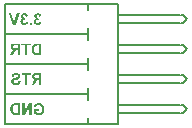
<source format=gbo>
G04*
G04 #@! TF.GenerationSoftware,Altium Limited,Altium Designer,22.3.1 (43)*
G04*
G04 Layer_Color=32896*
%FSLAX25Y25*%
%MOIN*%
G70*
G04*
G04 #@! TF.SameCoordinates,9C32C5B8-EF8F-45BB-929C-AB9431649599*
G04*
G04*
G04 #@! TF.FilePolarity,Positive*
G04*
G01*
G75*
%ADD17C,0.00600*%
%ADD20C,0.00598*%
G36*
X98687Y13064D02*
X97967D01*
Y15580D01*
X96415Y13064D01*
X95635D01*
Y16907D01*
X96355D01*
Y14335D01*
X97934Y16907D01*
X98687D01*
Y13064D01*
D02*
G37*
G36*
X101196Y16971D02*
X101290Y16967D01*
X101384Y16956D01*
X101470Y16945D01*
X101549Y16930D01*
X101628Y16915D01*
X101695Y16896D01*
X101759Y16878D01*
X101815Y16859D01*
X101867Y16840D01*
X101912Y16825D01*
X101946Y16810D01*
X101976Y16799D01*
X101995Y16788D01*
X102010Y16784D01*
X102014Y16780D01*
X102100Y16731D01*
X102182Y16679D01*
X102261Y16623D01*
X102332Y16563D01*
X102400Y16502D01*
X102460Y16446D01*
X102513Y16386D01*
X102561Y16330D01*
X102606Y16274D01*
X102644Y16225D01*
X102674Y16180D01*
X102700Y16142D01*
X102723Y16109D01*
X102737Y16086D01*
X102745Y16068D01*
X102749Y16064D01*
X102794Y15974D01*
X102831Y15884D01*
X102865Y15794D01*
X102895Y15700D01*
X102918Y15610D01*
X102940Y15524D01*
X102955Y15438D01*
X102970Y15359D01*
X102978Y15280D01*
X102985Y15213D01*
X102992Y15153D01*
X102996Y15100D01*
X103000Y15059D01*
Y15025D01*
Y15006D01*
Y14999D01*
X102996Y14897D01*
X102989Y14796D01*
X102978Y14699D01*
X102966Y14605D01*
X102947Y14515D01*
X102929Y14429D01*
X102910Y14350D01*
X102887Y14279D01*
X102865Y14211D01*
X102846Y14151D01*
X102828Y14099D01*
X102809Y14054D01*
X102797Y14020D01*
X102786Y13994D01*
X102779Y13975D01*
X102775Y13971D01*
X102730Y13885D01*
X102681Y13806D01*
X102629Y13731D01*
X102576Y13660D01*
X102520Y13596D01*
X102464Y13536D01*
X102408Y13484D01*
X102355Y13435D01*
X102303Y13394D01*
X102258Y13356D01*
X102213Y13322D01*
X102175Y13296D01*
X102145Y13277D01*
X102122Y13262D01*
X102108Y13255D01*
X102104Y13251D01*
X102017Y13206D01*
X101927Y13169D01*
X101841Y13135D01*
X101751Y13105D01*
X101661Y13082D01*
X101575Y13060D01*
X101489Y13045D01*
X101410Y13030D01*
X101335Y13023D01*
X101268Y13015D01*
X101207Y13007D01*
X101155Y13004D01*
X101114Y13000D01*
X101054D01*
X100964Y13004D01*
X100877Y13007D01*
X100705Y13026D01*
X100626Y13041D01*
X100548Y13056D01*
X100476Y13071D01*
X100405Y13090D01*
X100345Y13105D01*
X100289Y13120D01*
X100236Y13135D01*
X100195Y13150D01*
X100161Y13161D01*
X100139Y13169D01*
X100120Y13176D01*
X100116D01*
X100030Y13210D01*
X99951Y13248D01*
X99876Y13281D01*
X99809Y13319D01*
X99745Y13352D01*
X99689Y13386D01*
X99636Y13420D01*
X99588Y13454D01*
X99546Y13480D01*
X99509Y13510D01*
X99479Y13532D01*
X99453Y13551D01*
X99434Y13570D01*
X99419Y13581D01*
X99411Y13589D01*
X99408Y13592D01*
Y15126D01*
X101080D01*
Y14478D01*
X100191D01*
Y13990D01*
X100259Y13941D01*
X100330Y13896D01*
X100401Y13855D01*
X100469Y13821D01*
X100529Y13795D01*
X100551Y13784D01*
X100574Y13776D01*
X100593Y13769D01*
X100604Y13761D01*
X100611Y13758D01*
X100615D01*
X100705Y13727D01*
X100795Y13705D01*
X100877Y13686D01*
X100949Y13675D01*
X101013Y13668D01*
X101039D01*
X101061Y13664D01*
X101102D01*
X101192Y13668D01*
X101279Y13679D01*
X101357Y13694D01*
X101433Y13716D01*
X101504Y13743D01*
X101571Y13772D01*
X101631Y13803D01*
X101684Y13836D01*
X101733Y13866D01*
X101774Y13896D01*
X101811Y13926D01*
X101841Y13952D01*
X101867Y13975D01*
X101883Y13990D01*
X101894Y14001D01*
X101898Y14005D01*
X101950Y14073D01*
X101999Y14148D01*
X102040Y14226D01*
X102074Y14309D01*
X102104Y14395D01*
X102126Y14478D01*
X102149Y14564D01*
X102164Y14646D01*
X102175Y14721D01*
X102186Y14796D01*
X102190Y14860D01*
X102198Y14916D01*
Y14965D01*
X102201Y14999D01*
Y15021D01*
Y15029D01*
X102198Y15145D01*
X102190Y15254D01*
X102175Y15355D01*
X102156Y15449D01*
X102134Y15535D01*
X102108Y15614D01*
X102081Y15685D01*
X102051Y15749D01*
X102025Y15805D01*
X101999Y15854D01*
X101972Y15895D01*
X101950Y15929D01*
X101931Y15955D01*
X101916Y15974D01*
X101909Y15985D01*
X101905Y15989D01*
X101845Y16045D01*
X101785Y16094D01*
X101717Y16139D01*
X101650Y16176D01*
X101583Y16206D01*
X101515Y16232D01*
X101451Y16255D01*
X101388Y16270D01*
X101328Y16285D01*
X101271Y16293D01*
X101223Y16300D01*
X101178Y16308D01*
X101144D01*
X101118Y16311D01*
X101035D01*
X100975Y16304D01*
X100866Y16285D01*
X100773Y16259D01*
X100727Y16244D01*
X100690Y16229D01*
X100656Y16214D01*
X100626Y16199D01*
X100600Y16184D01*
X100577Y16172D01*
X100559Y16161D01*
X100548Y16154D01*
X100540Y16150D01*
X100536Y16146D01*
X100458Y16079D01*
X100394Y16007D01*
X100341Y15933D01*
X100296Y15861D01*
X100266Y15798D01*
X100255Y15771D01*
X100244Y15745D01*
X100236Y15726D01*
X100233Y15711D01*
X100229Y15704D01*
Y15700D01*
X99456Y15843D01*
X99483Y15940D01*
X99512Y16030D01*
X99546Y16116D01*
X99588Y16195D01*
X99629Y16270D01*
X99674Y16338D01*
X99715Y16398D01*
X99760Y16454D01*
X99801Y16506D01*
X99843Y16547D01*
X99880Y16585D01*
X99914Y16615D01*
X99940Y16641D01*
X99959Y16656D01*
X99974Y16668D01*
X99977Y16671D01*
X100056Y16724D01*
X100139Y16772D01*
X100229Y16814D01*
X100322Y16848D01*
X100412Y16878D01*
X100506Y16900D01*
X100600Y16923D01*
X100686Y16938D01*
X100769Y16949D01*
X100847Y16960D01*
X100915Y16967D01*
X100975Y16971D01*
X101028D01*
X101065Y16975D01*
X101095D01*
X101196Y16971D01*
D02*
G37*
G36*
X94818Y13064D02*
X93280D01*
X93205Y13068D01*
X93134Y13071D01*
X93070Y13075D01*
X93006Y13082D01*
X92950Y13090D01*
X92897Y13097D01*
X92852Y13105D01*
X92811Y13109D01*
X92774Y13116D01*
X92740Y13124D01*
X92717Y13131D01*
X92695Y13135D01*
X92680Y13139D01*
X92672Y13142D01*
X92669D01*
X92549Y13187D01*
X92440Y13240D01*
X92391Y13262D01*
X92346Y13289D01*
X92305Y13315D01*
X92268Y13338D01*
X92238Y13360D01*
X92207Y13383D01*
X92181Y13401D01*
X92163Y13416D01*
X92147Y13431D01*
X92133Y13442D01*
X92129Y13446D01*
X92125Y13450D01*
X92076Y13499D01*
X92031Y13555D01*
X91945Y13664D01*
X91878Y13780D01*
X91817Y13885D01*
X91791Y13938D01*
X91773Y13983D01*
X91754Y14024D01*
X91739Y14058D01*
X91728Y14087D01*
X91720Y14110D01*
X91712Y14125D01*
Y14129D01*
X91671Y14264D01*
X91641Y14402D01*
X91623Y14537D01*
X91615Y14605D01*
X91607Y14669D01*
X91604Y14725D01*
X91600Y14777D01*
X91596Y14826D01*
X91593Y14867D01*
Y14901D01*
Y14924D01*
Y14942D01*
Y14946D01*
Y15044D01*
X91596Y15141D01*
X91604Y15231D01*
X91611Y15317D01*
X91623Y15396D01*
X91634Y15471D01*
X91645Y15539D01*
X91656Y15603D01*
X91667Y15659D01*
X91679Y15708D01*
X91690Y15753D01*
X91701Y15786D01*
X91709Y15816D01*
X91716Y15839D01*
X91720Y15850D01*
Y15854D01*
X91773Y15989D01*
X91833Y16109D01*
X91862Y16161D01*
X91892Y16214D01*
X91922Y16262D01*
X91953Y16304D01*
X91979Y16341D01*
X92005Y16379D01*
X92027Y16405D01*
X92046Y16431D01*
X92065Y16450D01*
X92076Y16465D01*
X92084Y16473D01*
X92088Y16476D01*
X92181Y16566D01*
X92279Y16641D01*
X92376Y16701D01*
X92466Y16750D01*
X92511Y16769D01*
X92549Y16788D01*
X92582Y16803D01*
X92612Y16814D01*
X92635Y16821D01*
X92654Y16829D01*
X92665Y16833D01*
X92669D01*
X92717Y16848D01*
X92774Y16859D01*
X92890Y16878D01*
X93010Y16889D01*
X93130Y16900D01*
X93182D01*
X93235Y16904D01*
X93280D01*
X93321Y16907D01*
X94818D01*
Y13064D01*
D02*
G37*
G36*
X102000Y23071D02*
X101224D01*
Y24676D01*
X100976D01*
X100894Y24669D01*
X100826Y24661D01*
X100770Y24654D01*
X100729Y24646D01*
X100699Y24639D01*
X100684Y24635D01*
X100676Y24631D01*
X100631Y24612D01*
X100586Y24586D01*
X100549Y24560D01*
X100515Y24534D01*
X100485Y24508D01*
X100462Y24489D01*
X100447Y24474D01*
X100444Y24470D01*
X100421Y24444D01*
X100395Y24414D01*
X100365Y24376D01*
X100335Y24335D01*
X100268Y24241D01*
X100200Y24144D01*
X100136Y24054D01*
X100106Y24016D01*
X100084Y23979D01*
X100065Y23949D01*
X100046Y23926D01*
X100039Y23911D01*
X100035Y23908D01*
X99476Y23071D01*
X98546D01*
X99019Y23821D01*
X99067Y23904D01*
X99116Y23975D01*
X99161Y24046D01*
X99206Y24106D01*
X99244Y24162D01*
X99281Y24215D01*
X99315Y24260D01*
X99345Y24301D01*
X99371Y24335D01*
X99394Y24365D01*
X99416Y24387D01*
X99431Y24410D01*
X99442Y24425D01*
X99454Y24436D01*
X99458Y24440D01*
X99461Y24444D01*
X99525Y24508D01*
X99593Y24567D01*
X99664Y24624D01*
X99727Y24672D01*
X99787Y24710D01*
X99810Y24729D01*
X99832Y24740D01*
X99851Y24751D01*
X99862Y24759D01*
X99870Y24766D01*
X99874D01*
X99780Y24781D01*
X99694Y24804D01*
X99615Y24826D01*
X99540Y24852D01*
X99472Y24882D01*
X99409Y24913D01*
X99353Y24942D01*
X99304Y24972D01*
X99259Y25003D01*
X99221Y25029D01*
X99187Y25055D01*
X99161Y25078D01*
X99139Y25096D01*
X99124Y25111D01*
X99116Y25119D01*
X99112Y25122D01*
X99067Y25179D01*
X99030Y25235D01*
X98993Y25291D01*
X98966Y25351D01*
X98940Y25411D01*
X98921Y25471D01*
X98887Y25584D01*
X98880Y25636D01*
X98873Y25685D01*
X98865Y25726D01*
X98861Y25764D01*
X98857Y25794D01*
Y25816D01*
Y25831D01*
Y25835D01*
Y25899D01*
X98865Y25959D01*
X98884Y26075D01*
X98910Y26176D01*
X98925Y26221D01*
X98940Y26266D01*
X98959Y26304D01*
X98974Y26338D01*
X98989Y26368D01*
X99000Y26394D01*
X99011Y26412D01*
X99019Y26428D01*
X99023Y26435D01*
X99026Y26439D01*
X99060Y26487D01*
X99094Y26533D01*
X99169Y26607D01*
X99244Y26675D01*
X99315Y26724D01*
X99379Y26761D01*
X99405Y26776D01*
X99431Y26791D01*
X99450Y26799D01*
X99465Y26806D01*
X99472Y26810D01*
X99476D01*
X99533Y26829D01*
X99593Y26844D01*
X99660Y26859D01*
X99731Y26870D01*
X99881Y26889D01*
X100028Y26904D01*
X100095Y26908D01*
X100159Y26911D01*
X100219D01*
X100268Y26915D01*
X102000D01*
Y23071D01*
D02*
G37*
G36*
X98396Y26266D02*
X97256D01*
Y23071D01*
X96480D01*
Y26266D01*
X95344D01*
Y26915D01*
X98396D01*
Y26266D01*
D02*
G37*
G36*
X93660Y26975D02*
X93735Y26971D01*
X93806Y26960D01*
X93874Y26952D01*
X93934Y26941D01*
X93994Y26926D01*
X94046Y26915D01*
X94095Y26904D01*
X94136Y26889D01*
X94174Y26877D01*
X94204Y26870D01*
X94226Y26859D01*
X94245Y26855D01*
X94256Y26847D01*
X94260D01*
X94369Y26791D01*
X94466Y26731D01*
X94549Y26664D01*
X94616Y26604D01*
X94669Y26544D01*
X94687Y26521D01*
X94706Y26499D01*
X94718Y26484D01*
X94729Y26469D01*
X94732Y26461D01*
X94736Y26458D01*
X94766Y26409D01*
X94789Y26360D01*
X94830Y26263D01*
X94860Y26173D01*
X94879Y26086D01*
X94886Y26049D01*
X94894Y26015D01*
X94898Y25981D01*
Y25955D01*
X94901Y25936D01*
Y25921D01*
Y25910D01*
Y25906D01*
X94898Y25824D01*
X94886Y25741D01*
X94867Y25666D01*
X94845Y25591D01*
X94819Y25524D01*
X94789Y25460D01*
X94759Y25404D01*
X94725Y25348D01*
X94691Y25299D01*
X94661Y25258D01*
X94631Y25220D01*
X94605Y25190D01*
X94582Y25168D01*
X94564Y25149D01*
X94552Y25137D01*
X94549Y25134D01*
X94496Y25093D01*
X94440Y25051D01*
X94376Y25014D01*
X94305Y24976D01*
X94162Y24913D01*
X94016Y24856D01*
X93949Y24834D01*
X93885Y24811D01*
X93829Y24792D01*
X93776Y24778D01*
X93735Y24766D01*
X93701Y24759D01*
X93682Y24755D01*
X93675Y24751D01*
X93589Y24729D01*
X93510Y24710D01*
X93439Y24691D01*
X93375Y24672D01*
X93315Y24657D01*
X93266Y24643D01*
X93221Y24631D01*
X93184Y24620D01*
X93150Y24612D01*
X93120Y24605D01*
X93098Y24598D01*
X93082Y24590D01*
X93068Y24586D01*
X93060D01*
X93053Y24582D01*
X92985Y24556D01*
X92925Y24526D01*
X92876Y24496D01*
X92839Y24470D01*
X92809Y24448D01*
X92790Y24429D01*
X92779Y24418D01*
X92775Y24414D01*
X92749Y24376D01*
X92726Y24339D01*
X92711Y24301D01*
X92704Y24264D01*
X92696Y24234D01*
X92693Y24207D01*
Y24193D01*
Y24185D01*
X92696Y24148D01*
X92700Y24106D01*
X92722Y24039D01*
X92752Y23975D01*
X92786Y23919D01*
X92824Y23874D01*
X92854Y23840D01*
X92876Y23821D01*
X92880Y23818D01*
X92884Y23814D01*
X92921Y23787D01*
X92962Y23761D01*
X93053Y23724D01*
X93146Y23694D01*
X93240Y23675D01*
X93281Y23671D01*
X93322Y23664D01*
X93356Y23660D01*
X93390D01*
X93413Y23656D01*
X93450D01*
X93514Y23660D01*
X93574Y23664D01*
X93686Y23683D01*
X93735Y23697D01*
X93784Y23712D01*
X93825Y23728D01*
X93862Y23746D01*
X93896Y23761D01*
X93926Y23776D01*
X93953Y23791D01*
X93975Y23806D01*
X93990Y23818D01*
X94001Y23825D01*
X94009Y23832D01*
X94012D01*
X94050Y23866D01*
X94084Y23908D01*
X94144Y23994D01*
X94189Y24088D01*
X94226Y24178D01*
X94241Y24223D01*
X94253Y24260D01*
X94264Y24297D01*
X94271Y24328D01*
X94279Y24354D01*
X94283Y24376D01*
X94286Y24387D01*
Y24391D01*
X95040Y24316D01*
X95021Y24200D01*
X94999Y24088D01*
X94969Y23986D01*
X94935Y23892D01*
X94898Y23802D01*
X94860Y23724D01*
X94819Y23649D01*
X94778Y23585D01*
X94740Y23525D01*
X94703Y23476D01*
X94669Y23431D01*
X94639Y23397D01*
X94612Y23368D01*
X94590Y23349D01*
X94579Y23337D01*
X94575Y23334D01*
X94496Y23274D01*
X94414Y23225D01*
X94327Y23180D01*
X94238Y23143D01*
X94144Y23109D01*
X94050Y23083D01*
X93960Y23060D01*
X93870Y23041D01*
X93787Y23026D01*
X93709Y23019D01*
X93638Y23011D01*
X93577Y23004D01*
X93529D01*
X93491Y23000D01*
X93364D01*
X93278Y23008D01*
X93195Y23011D01*
X93116Y23022D01*
X93041Y23034D01*
X92974Y23045D01*
X92910Y23056D01*
X92850Y23071D01*
X92797Y23083D01*
X92752Y23094D01*
X92715Y23105D01*
X92681Y23116D01*
X92655Y23128D01*
X92636Y23131D01*
X92625Y23139D01*
X92621D01*
X92501Y23199D01*
X92449Y23229D01*
X92396Y23262D01*
X92351Y23300D01*
X92306Y23334D01*
X92269Y23371D01*
X92235Y23405D01*
X92201Y23439D01*
X92175Y23469D01*
X92153Y23495D01*
X92134Y23517D01*
X92119Y23540D01*
X92107Y23555D01*
X92104Y23562D01*
X92100Y23566D01*
X92066Y23622D01*
X92040Y23679D01*
X92014Y23731D01*
X91995Y23787D01*
X91961Y23892D01*
X91939Y23986D01*
X91931Y24031D01*
X91927Y24069D01*
X91920Y24103D01*
Y24133D01*
X91916Y24155D01*
Y24174D01*
Y24185D01*
Y24189D01*
X91924Y24320D01*
X91939Y24436D01*
X91950Y24493D01*
X91965Y24541D01*
X91980Y24590D01*
X91991Y24631D01*
X92006Y24669D01*
X92021Y24702D01*
X92032Y24733D01*
X92048Y24755D01*
X92055Y24774D01*
X92062Y24789D01*
X92070Y24796D01*
Y24800D01*
X92134Y24890D01*
X92201Y24969D01*
X92273Y25036D01*
X92340Y25093D01*
X92404Y25134D01*
X92430Y25153D01*
X92453Y25168D01*
X92471Y25179D01*
X92486Y25186D01*
X92494Y25194D01*
X92497D01*
X92550Y25220D01*
X92610Y25246D01*
X92674Y25273D01*
X92741Y25299D01*
X92880Y25344D01*
X93015Y25385D01*
X93082Y25404D01*
X93139Y25422D01*
X93195Y25438D01*
X93240Y25449D01*
X93281Y25456D01*
X93308Y25464D01*
X93326Y25471D01*
X93334D01*
X93435Y25497D01*
X93525Y25520D01*
X93611Y25546D01*
X93682Y25569D01*
X93750Y25591D01*
X93806Y25614D01*
X93859Y25633D01*
X93904Y25651D01*
X93937Y25670D01*
X93971Y25685D01*
X93994Y25696D01*
X94016Y25708D01*
X94028Y25719D01*
X94039Y25726D01*
X94042Y25730D01*
X94046D01*
X94084Y25767D01*
X94110Y25805D01*
X94133Y25846D01*
X94144Y25880D01*
X94151Y25914D01*
X94155Y25940D01*
X94159Y25955D01*
Y25962D01*
X94155Y26015D01*
X94140Y26064D01*
X94121Y26105D01*
X94099Y26139D01*
X94076Y26165D01*
X94058Y26184D01*
X94042Y26195D01*
X94039Y26199D01*
X93960Y26248D01*
X93874Y26281D01*
X93787Y26307D01*
X93701Y26322D01*
X93622Y26334D01*
X93593Y26338D01*
X93563D01*
X93540Y26341D01*
X93446D01*
X93390Y26338D01*
X93341Y26330D01*
X93292Y26322D01*
X93247Y26311D01*
X93210Y26300D01*
X93173Y26289D01*
X93139Y26278D01*
X93112Y26263D01*
X93086Y26251D01*
X93068Y26240D01*
X93049Y26232D01*
X93037Y26221D01*
X93026Y26217D01*
X93019Y26210D01*
X92989Y26184D01*
X92962Y26154D01*
X92914Y26090D01*
X92876Y26019D01*
X92846Y25947D01*
X92827Y25888D01*
X92820Y25857D01*
X92813Y25835D01*
X92809Y25813D01*
X92805Y25798D01*
X92801Y25790D01*
Y25786D01*
X92025Y25820D01*
X92032Y25918D01*
X92048Y26008D01*
X92066Y26094D01*
X92093Y26176D01*
X92123Y26251D01*
X92156Y26319D01*
X92190Y26382D01*
X92224Y26439D01*
X92261Y26491D01*
X92295Y26536D01*
X92325Y26574D01*
X92355Y26607D01*
X92378Y26630D01*
X92396Y26649D01*
X92408Y26660D01*
X92411Y26664D01*
X92483Y26720D01*
X92561Y26769D01*
X92647Y26810D01*
X92734Y26847D01*
X92824Y26877D01*
X92914Y26904D01*
X93004Y26926D01*
X93090Y26941D01*
X93173Y26956D01*
X93251Y26967D01*
X93319Y26971D01*
X93379Y26979D01*
X93431D01*
X93465Y26983D01*
X93499D01*
X93660Y26975D01*
D02*
G37*
G36*
X102000Y33000D02*
X100462D01*
X100388Y33004D01*
X100316Y33007D01*
X100252Y33011D01*
X100189Y33019D01*
X100133Y33026D01*
X100080Y33034D01*
X100035Y33041D01*
X99994Y33045D01*
X99956Y33053D01*
X99923Y33060D01*
X99900Y33068D01*
X99878Y33071D01*
X99862Y33075D01*
X99855Y33079D01*
X99851D01*
X99731Y33124D01*
X99622Y33176D01*
X99574Y33199D01*
X99529Y33225D01*
X99488Y33251D01*
X99450Y33274D01*
X99420Y33296D01*
X99390Y33319D01*
X99364Y33338D01*
X99345Y33353D01*
X99330Y33367D01*
X99315Y33379D01*
X99311Y33382D01*
X99308Y33386D01*
X99259Y33435D01*
X99214Y33491D01*
X99128Y33600D01*
X99060Y33716D01*
X99000Y33821D01*
X98974Y33874D01*
X98955Y33919D01*
X98936Y33960D01*
X98921Y33994D01*
X98910Y34024D01*
X98902Y34046D01*
X98895Y34061D01*
Y34065D01*
X98854Y34200D01*
X98824Y34339D01*
X98805Y34474D01*
X98798Y34541D01*
X98790Y34605D01*
X98786Y34661D01*
X98782Y34714D01*
X98779Y34762D01*
X98775Y34804D01*
Y34837D01*
Y34860D01*
Y34879D01*
Y34883D01*
Y34980D01*
X98779Y35078D01*
X98786Y35168D01*
X98794Y35254D01*
X98805Y35333D01*
X98816Y35408D01*
X98827Y35475D01*
X98839Y35539D01*
X98850Y35595D01*
X98861Y35644D01*
X98873Y35689D01*
X98884Y35723D01*
X98891Y35752D01*
X98899Y35775D01*
X98902Y35786D01*
Y35790D01*
X98955Y35925D01*
X99015Y36045D01*
X99045Y36097D01*
X99075Y36150D01*
X99105Y36199D01*
X99135Y36240D01*
X99161Y36277D01*
X99187Y36315D01*
X99210Y36341D01*
X99229Y36367D01*
X99247Y36386D01*
X99259Y36401D01*
X99266Y36409D01*
X99270Y36413D01*
X99364Y36503D01*
X99461Y36577D01*
X99559Y36637D01*
X99649Y36686D01*
X99694Y36705D01*
X99731Y36724D01*
X99765Y36739D01*
X99795Y36750D01*
X99818Y36757D01*
X99836Y36765D01*
X99848Y36769D01*
X99851D01*
X99900Y36784D01*
X99956Y36795D01*
X100073Y36814D01*
X100192Y36825D01*
X100312Y36836D01*
X100365D01*
X100417Y36840D01*
X100462D01*
X100504Y36844D01*
X102000D01*
Y33000D01*
D02*
G37*
G36*
X98389Y36195D02*
X97249D01*
Y33000D01*
X96473D01*
Y36195D01*
X95336D01*
Y36844D01*
X98389D01*
Y36195D01*
D02*
G37*
G36*
X94834Y33000D02*
X94058D01*
Y34605D01*
X93810D01*
X93727Y34598D01*
X93660Y34590D01*
X93604Y34582D01*
X93563Y34575D01*
X93533Y34567D01*
X93518Y34564D01*
X93510Y34560D01*
X93465Y34541D01*
X93420Y34515D01*
X93383Y34489D01*
X93349Y34462D01*
X93319Y34436D01*
X93296Y34418D01*
X93281Y34402D01*
X93278Y34399D01*
X93255Y34372D01*
X93229Y34343D01*
X93199Y34305D01*
X93169Y34264D01*
X93101Y34170D01*
X93034Y34073D01*
X92970Y33983D01*
X92940Y33945D01*
X92918Y33907D01*
X92899Y33878D01*
X92880Y33855D01*
X92873Y33840D01*
X92869Y33836D01*
X92310Y33000D01*
X91380D01*
X91852Y33750D01*
X91901Y33832D01*
X91950Y33904D01*
X91995Y33975D01*
X92040Y34035D01*
X92077Y34091D01*
X92115Y34144D01*
X92149Y34189D01*
X92179Y34230D01*
X92205Y34264D01*
X92228Y34294D01*
X92250Y34316D01*
X92265Y34339D01*
X92276Y34354D01*
X92287Y34365D01*
X92291Y34369D01*
X92295Y34372D01*
X92359Y34436D01*
X92426Y34496D01*
X92497Y34552D01*
X92561Y34601D01*
X92621Y34639D01*
X92644Y34657D01*
X92666Y34669D01*
X92685Y34680D01*
X92696Y34688D01*
X92704Y34695D01*
X92708D01*
X92614Y34710D01*
X92528Y34732D01*
X92449Y34755D01*
X92374Y34781D01*
X92306Y34811D01*
X92242Y34841D01*
X92186Y34871D01*
X92137Y34901D01*
X92093Y34931D01*
X92055Y34958D01*
X92021Y34984D01*
X91995Y35006D01*
X91973Y35025D01*
X91957Y35040D01*
X91950Y35048D01*
X91946Y35051D01*
X91901Y35107D01*
X91864Y35164D01*
X91826Y35220D01*
X91800Y35280D01*
X91774Y35340D01*
X91755Y35400D01*
X91721Y35513D01*
X91714Y35565D01*
X91706Y35614D01*
X91699Y35655D01*
X91695Y35693D01*
X91691Y35723D01*
Y35745D01*
Y35760D01*
Y35764D01*
Y35827D01*
X91699Y35888D01*
X91717Y36004D01*
X91744Y36105D01*
X91759Y36150D01*
X91774Y36195D01*
X91793Y36233D01*
X91808Y36266D01*
X91822Y36296D01*
X91834Y36323D01*
X91845Y36341D01*
X91852Y36356D01*
X91856Y36364D01*
X91860Y36367D01*
X91894Y36416D01*
X91927Y36461D01*
X92002Y36536D01*
X92077Y36604D01*
X92149Y36652D01*
X92212Y36690D01*
X92239Y36705D01*
X92265Y36720D01*
X92284Y36727D01*
X92299Y36735D01*
X92306Y36739D01*
X92310D01*
X92366Y36757D01*
X92426Y36773D01*
X92494Y36788D01*
X92565Y36799D01*
X92715Y36817D01*
X92861Y36832D01*
X92929Y36836D01*
X92993Y36840D01*
X93053D01*
X93101Y36844D01*
X94834D01*
Y33000D01*
D02*
G37*
G36*
X100879Y46919D02*
X100984Y46904D01*
X101081Y46885D01*
X101164Y46863D01*
X101201Y46851D01*
X101235Y46840D01*
X101265Y46829D01*
X101287Y46821D01*
X101306Y46814D01*
X101321Y46806D01*
X101329Y46802D01*
X101332D01*
X101423Y46754D01*
X101501Y46701D01*
X101573Y46645D01*
X101629Y46593D01*
X101674Y46544D01*
X101707Y46506D01*
X101719Y46491D01*
X101726Y46484D01*
X101734Y46476D01*
Y46472D01*
X101783Y46390D01*
X101828Y46296D01*
X101861Y46202D01*
X101891Y46116D01*
X101902Y46075D01*
X101914Y46034D01*
X101925Y46000D01*
X101933Y45970D01*
X101936Y45948D01*
X101940Y45929D01*
X101944Y45917D01*
Y45914D01*
X101265Y45801D01*
X101250Y45891D01*
X101227Y45966D01*
X101201Y46034D01*
X101175Y46086D01*
X101149Y46128D01*
X101126Y46161D01*
X101111Y46176D01*
X101104Y46184D01*
X101051Y46229D01*
X100995Y46259D01*
X100943Y46281D01*
X100890Y46300D01*
X100849Y46308D01*
X100811Y46311D01*
X100789Y46315D01*
X100781D01*
X100714Y46311D01*
X100654Y46296D01*
X100601Y46277D01*
X100556Y46259D01*
X100519Y46236D01*
X100496Y46218D01*
X100478Y46202D01*
X100474Y46199D01*
X100436Y46154D01*
X100406Y46101D01*
X100388Y46049D01*
X100373Y46000D01*
X100365Y45955D01*
X100357Y45921D01*
Y45906D01*
Y45895D01*
Y45891D01*
Y45888D01*
X100365Y45809D01*
X100384Y45737D01*
X100406Y45674D01*
X100436Y45621D01*
X100466Y45580D01*
X100489Y45550D01*
X100507Y45531D01*
X100515Y45524D01*
X100579Y45479D01*
X100654Y45445D01*
X100729Y45423D01*
X100804Y45408D01*
X100867Y45400D01*
X100898Y45396D01*
X100972D01*
X101051Y44796D01*
X100980Y44815D01*
X100916Y44830D01*
X100860Y44837D01*
X100811Y44845D01*
X100770Y44849D01*
X100744Y44853D01*
X100676D01*
X100639Y44845D01*
X100571Y44826D01*
X100507Y44800D01*
X100455Y44770D01*
X100414Y44740D01*
X100380Y44714D01*
X100361Y44695D01*
X100354Y44691D01*
Y44688D01*
X100305Y44624D01*
X100268Y44552D01*
X100241Y44477D01*
X100223Y44406D01*
X100211Y44346D01*
X100207Y44320D01*
Y44294D01*
X100204Y44275D01*
Y44260D01*
Y44252D01*
Y44249D01*
X100211Y44144D01*
X100230Y44054D01*
X100252Y43975D01*
X100283Y43907D01*
X100312Y43855D01*
X100335Y43814D01*
X100346Y43802D01*
X100354Y43791D01*
X100357Y43788D01*
X100361Y43784D01*
X100391Y43754D01*
X100421Y43727D01*
X100489Y43683D01*
X100552Y43652D01*
X100612Y43634D01*
X100665Y43619D01*
X100706Y43615D01*
X100721Y43611D01*
X100744D01*
X100822Y43619D01*
X100890Y43634D01*
X100954Y43656D01*
X101006Y43683D01*
X101048Y43709D01*
X101081Y43731D01*
X101100Y43746D01*
X101108Y43754D01*
X101156Y43814D01*
X101198Y43881D01*
X101227Y43953D01*
X101254Y44020D01*
X101269Y44080D01*
X101276Y44106D01*
X101280Y44129D01*
X101284Y44148D01*
X101287Y44162D01*
Y44170D01*
Y44174D01*
X102000Y44084D01*
X101985Y43994D01*
X101966Y43911D01*
X101944Y43832D01*
X101918Y43758D01*
X101884Y43686D01*
X101854Y43622D01*
X101816Y43562D01*
X101783Y43510D01*
X101749Y43461D01*
X101715Y43420D01*
X101689Y43386D01*
X101659Y43356D01*
X101636Y43330D01*
X101621Y43315D01*
X101610Y43304D01*
X101606Y43300D01*
X101539Y43248D01*
X101471Y43202D01*
X101396Y43161D01*
X101325Y43128D01*
X101254Y43097D01*
X101179Y43075D01*
X101111Y43053D01*
X101044Y43038D01*
X100980Y43026D01*
X100924Y43015D01*
X100871Y43007D01*
X100826Y43004D01*
X100789D01*
X100762Y43000D01*
X100740D01*
X100639Y43004D01*
X100541Y43015D01*
X100451Y43034D01*
X100365Y43056D01*
X100283Y43082D01*
X100207Y43112D01*
X100136Y43146D01*
X100073Y43180D01*
X100016Y43210D01*
X99967Y43244D01*
X99923Y43274D01*
X99889Y43300D01*
X99859Y43323D01*
X99836Y43341D01*
X99825Y43352D01*
X99821Y43356D01*
X99757Y43424D01*
X99698Y43495D01*
X99649Y43566D01*
X99607Y43641D01*
X99570Y43712D01*
X99540Y43784D01*
X99518Y43855D01*
X99495Y43919D01*
X99480Y43982D01*
X99469Y44039D01*
X99461Y44087D01*
X99458Y44133D01*
X99454Y44166D01*
X99450Y44192D01*
Y44211D01*
Y44215D01*
X99454Y44279D01*
X99458Y44342D01*
X99480Y44455D01*
X99514Y44556D01*
X99533Y44601D01*
X99547Y44642D01*
X99566Y44680D01*
X99585Y44714D01*
X99604Y44744D01*
X99619Y44766D01*
X99630Y44785D01*
X99641Y44800D01*
X99645Y44807D01*
X99649Y44811D01*
X99686Y44856D01*
X99727Y44897D01*
X99769Y44931D01*
X99814Y44965D01*
X99900Y45021D01*
X99983Y45063D01*
X100057Y45092D01*
X100091Y45104D01*
X100118Y45111D01*
X100144Y45119D01*
X100159Y45123D01*
X100170Y45126D01*
X100174D01*
X100076Y45186D01*
X99990Y45250D01*
X99915Y45314D01*
X99851Y45381D01*
X99799Y45449D01*
X99754Y45516D01*
X99716Y45584D01*
X99686Y45644D01*
X99664Y45704D01*
X99649Y45760D01*
X99634Y45809D01*
X99626Y45854D01*
X99622Y45888D01*
X99619Y45914D01*
Y45929D01*
Y45936D01*
X99622Y46004D01*
X99630Y46068D01*
X99645Y46128D01*
X99660Y46187D01*
X99705Y46296D01*
X99727Y46345D01*
X99754Y46390D01*
X99780Y46431D01*
X99803Y46465D01*
X99825Y46499D01*
X99848Y46525D01*
X99862Y46544D01*
X99878Y46562D01*
X99885Y46570D01*
X99889Y46574D01*
X99953Y46634D01*
X100020Y46690D01*
X100091Y46735D01*
X100162Y46776D01*
X100238Y46810D01*
X100309Y46836D01*
X100380Y46859D01*
X100447Y46878D01*
X100515Y46892D01*
X100571Y46904D01*
X100628Y46911D01*
X100672Y46919D01*
X100710D01*
X100740Y46922D01*
X100762D01*
X100879Y46919D01*
D02*
G37*
G36*
X96401D02*
X96506Y46904D01*
X96604Y46885D01*
X96686Y46863D01*
X96724Y46851D01*
X96758Y46840D01*
X96788Y46829D01*
X96810Y46821D01*
X96829Y46814D01*
X96844Y46806D01*
X96851Y46802D01*
X96855D01*
X96945Y46754D01*
X97024Y46701D01*
X97095Y46645D01*
X97151Y46593D01*
X97196Y46544D01*
X97230Y46506D01*
X97241Y46491D01*
X97249Y46484D01*
X97256Y46476D01*
Y46472D01*
X97305Y46390D01*
X97350Y46296D01*
X97384Y46202D01*
X97414Y46116D01*
X97425Y46075D01*
X97436Y46034D01*
X97448Y46000D01*
X97455Y45970D01*
X97459Y45948D01*
X97462Y45929D01*
X97466Y45917D01*
Y45914D01*
X96788Y45801D01*
X96772Y45891D01*
X96750Y45966D01*
X96724Y46034D01*
X96697Y46086D01*
X96671Y46128D01*
X96649Y46161D01*
X96634Y46176D01*
X96626Y46184D01*
X96574Y46229D01*
X96517Y46259D01*
X96465Y46281D01*
X96412Y46300D01*
X96371Y46308D01*
X96334Y46311D01*
X96311Y46315D01*
X96304D01*
X96236Y46311D01*
X96176Y46296D01*
X96124Y46277D01*
X96079Y46259D01*
X96041Y46236D01*
X96019Y46218D01*
X96000Y46202D01*
X95996Y46199D01*
X95959Y46154D01*
X95929Y46101D01*
X95910Y46049D01*
X95895Y46000D01*
X95888Y45955D01*
X95880Y45921D01*
Y45906D01*
Y45895D01*
Y45891D01*
Y45888D01*
X95888Y45809D01*
X95906Y45737D01*
X95929Y45674D01*
X95959Y45621D01*
X95989Y45580D01*
X96011Y45550D01*
X96030Y45531D01*
X96038Y45524D01*
X96101Y45479D01*
X96176Y45445D01*
X96251Y45423D01*
X96326Y45408D01*
X96390Y45400D01*
X96420Y45396D01*
X96495D01*
X96574Y44796D01*
X96503Y44815D01*
X96439Y44830D01*
X96382Y44837D01*
X96334Y44845D01*
X96293Y44849D01*
X96266Y44853D01*
X96199D01*
X96161Y44845D01*
X96094Y44826D01*
X96030Y44800D01*
X95977Y44770D01*
X95936Y44740D01*
X95903Y44714D01*
X95884Y44695D01*
X95876Y44691D01*
Y44688D01*
X95828Y44624D01*
X95790Y44552D01*
X95764Y44477D01*
X95745Y44406D01*
X95734Y44346D01*
X95730Y44320D01*
Y44294D01*
X95726Y44275D01*
Y44260D01*
Y44252D01*
Y44249D01*
X95734Y44144D01*
X95753Y44054D01*
X95775Y43975D01*
X95805Y43907D01*
X95835Y43855D01*
X95858Y43814D01*
X95869Y43802D01*
X95876Y43791D01*
X95880Y43788D01*
X95884Y43784D01*
X95914Y43754D01*
X95944Y43727D01*
X96011Y43683D01*
X96075Y43652D01*
X96135Y43634D01*
X96188Y43619D01*
X96229Y43615D01*
X96244Y43611D01*
X96266D01*
X96345Y43619D01*
X96412Y43634D01*
X96476Y43656D01*
X96529Y43683D01*
X96570Y43709D01*
X96604Y43731D01*
X96623Y43746D01*
X96630Y43754D01*
X96679Y43814D01*
X96720Y43881D01*
X96750Y43953D01*
X96776Y44020D01*
X96791Y44080D01*
X96799Y44106D01*
X96803Y44129D01*
X96806Y44148D01*
X96810Y44162D01*
Y44170D01*
Y44174D01*
X97522Y44084D01*
X97508Y43994D01*
X97489Y43911D01*
X97466Y43832D01*
X97440Y43758D01*
X97406Y43686D01*
X97376Y43622D01*
X97339Y43562D01*
X97305Y43510D01*
X97271Y43461D01*
X97237Y43420D01*
X97211Y43386D01*
X97181Y43356D01*
X97159Y43330D01*
X97144Y43315D01*
X97132Y43304D01*
X97129Y43300D01*
X97061Y43248D01*
X96994Y43202D01*
X96919Y43161D01*
X96847Y43128D01*
X96776Y43097D01*
X96701Y43075D01*
X96634Y43053D01*
X96566Y43038D01*
X96503Y43026D01*
X96446Y43015D01*
X96394Y43007D01*
X96349Y43004D01*
X96311D01*
X96285Y43000D01*
X96263D01*
X96161Y43004D01*
X96064Y43015D01*
X95974Y43034D01*
X95888Y43056D01*
X95805Y43082D01*
X95730Y43112D01*
X95659Y43146D01*
X95595Y43180D01*
X95539Y43210D01*
X95490Y43244D01*
X95445Y43274D01*
X95411Y43300D01*
X95381Y43323D01*
X95359Y43341D01*
X95347Y43352D01*
X95344Y43356D01*
X95280Y43424D01*
X95220Y43495D01*
X95171Y43566D01*
X95130Y43641D01*
X95092Y43712D01*
X95063Y43784D01*
X95040Y43855D01*
X95017Y43919D01*
X95003Y43982D01*
X94991Y44039D01*
X94984Y44087D01*
X94980Y44133D01*
X94976Y44166D01*
X94972Y44192D01*
Y44211D01*
Y44215D01*
X94976Y44279D01*
X94980Y44342D01*
X95003Y44455D01*
X95036Y44556D01*
X95055Y44601D01*
X95070Y44642D01*
X95089Y44680D01*
X95108Y44714D01*
X95126Y44744D01*
X95141Y44766D01*
X95152Y44785D01*
X95164Y44800D01*
X95167Y44807D01*
X95171Y44811D01*
X95209Y44856D01*
X95250Y44897D01*
X95291Y44931D01*
X95336Y44965D01*
X95423Y45021D01*
X95505Y45063D01*
X95580Y45092D01*
X95614Y45104D01*
X95640Y45111D01*
X95666Y45119D01*
X95681Y45123D01*
X95692Y45126D01*
X95696D01*
X95599Y45186D01*
X95512Y45250D01*
X95438Y45314D01*
X95374Y45381D01*
X95321Y45449D01*
X95276Y45516D01*
X95239Y45584D01*
X95209Y45644D01*
X95186Y45704D01*
X95171Y45760D01*
X95156Y45809D01*
X95149Y45854D01*
X95145Y45888D01*
X95141Y45914D01*
Y45929D01*
Y45936D01*
X95145Y46004D01*
X95152Y46068D01*
X95167Y46128D01*
X95183Y46187D01*
X95227Y46296D01*
X95250Y46345D01*
X95276Y46390D01*
X95302Y46431D01*
X95325Y46465D01*
X95347Y46499D01*
X95370Y46525D01*
X95385Y46544D01*
X95400Y46562D01*
X95407Y46570D01*
X95411Y46574D01*
X95475Y46634D01*
X95543Y46690D01*
X95614Y46735D01*
X95685Y46776D01*
X95760Y46810D01*
X95831Y46836D01*
X95903Y46859D01*
X95970Y46878D01*
X96038Y46892D01*
X96094Y46904D01*
X96150Y46911D01*
X96195Y46919D01*
X96232D01*
X96263Y46922D01*
X96285D01*
X96401Y46919D01*
D02*
G37*
G36*
X93371Y43064D02*
X92535D01*
X91159Y46907D01*
X91984D01*
X92929Y44061D01*
X93900Y46907D01*
X94740D01*
X93371Y43064D01*
D02*
G37*
G36*
X98835D02*
X98100D01*
Y43799D01*
X98835D01*
Y43064D01*
D02*
G37*
%LPC*%
G36*
X94041Y16259D02*
X93528D01*
X93456Y16255D01*
X93392Y16251D01*
X93332D01*
X93280Y16248D01*
X93235Y16244D01*
X93194Y16240D01*
X93160Y16236D01*
X93130Y16232D01*
X93107Y16229D01*
X93089D01*
X93074Y16225D01*
X93063Y16221D01*
X93055D01*
X92976Y16199D01*
X92905Y16172D01*
X92845Y16142D01*
X92792Y16113D01*
X92751Y16082D01*
X92721Y16060D01*
X92703Y16045D01*
X92695Y16037D01*
X92646Y15985D01*
X92601Y15925D01*
X92564Y15861D01*
X92530Y15801D01*
X92507Y15749D01*
X92489Y15708D01*
X92481Y15689D01*
X92478Y15677D01*
X92474Y15670D01*
Y15666D01*
X92459Y15621D01*
X92448Y15569D01*
X92425Y15460D01*
X92410Y15348D01*
X92402Y15235D01*
X92399Y15186D01*
X92395Y15137D01*
Y15096D01*
X92391Y15059D01*
Y15025D01*
Y15002D01*
Y14988D01*
Y14984D01*
Y14901D01*
X92395Y14826D01*
X92399Y14751D01*
X92402Y14684D01*
X92410Y14624D01*
X92418Y14564D01*
X92425Y14511D01*
X92432Y14462D01*
X92440Y14421D01*
X92448Y14384D01*
X92455Y14354D01*
X92462Y14327D01*
X92466Y14305D01*
X92470Y14290D01*
X92474Y14283D01*
Y14279D01*
X92504Y14189D01*
X92537Y14110D01*
X92571Y14046D01*
X92605Y13997D01*
X92631Y13956D01*
X92654Y13930D01*
X92672Y13911D01*
X92676Y13907D01*
X92725Y13870D01*
X92778Y13836D01*
X92830Y13806D01*
X92879Y13784D01*
X92924Y13769D01*
X92958Y13758D01*
X92984Y13750D01*
X92988Y13746D01*
X92991D01*
X93021Y13739D01*
X93051Y13735D01*
X93126Y13727D01*
X93201Y13720D01*
X93280Y13716D01*
X93348D01*
X93381Y13713D01*
X94041D01*
Y16259D01*
D02*
G37*
G36*
X101224Y26266D02*
X100391D01*
X100331Y26263D01*
X100234D01*
X100192Y26259D01*
X100133D01*
X100110Y26255D01*
X100076D01*
X100065Y26251D01*
X100054D01*
X99986Y26236D01*
X99930Y26214D01*
X99878Y26191D01*
X99836Y26165D01*
X99803Y26142D01*
X99780Y26120D01*
X99765Y26105D01*
X99761Y26101D01*
X99727Y26052D01*
X99701Y26000D01*
X99682Y25947D01*
X99668Y25899D01*
X99660Y25854D01*
X99656Y25820D01*
Y25805D01*
Y25794D01*
Y25790D01*
Y25786D01*
X99660Y25726D01*
X99668Y25670D01*
X99682Y25618D01*
X99694Y25576D01*
X99709Y25543D01*
X99724Y25520D01*
X99731Y25501D01*
X99735Y25497D01*
X99769Y25460D01*
X99803Y25426D01*
X99840Y25396D01*
X99874Y25374D01*
X99907Y25359D01*
X99934Y25348D01*
X99949Y25340D01*
X99956Y25336D01*
X99986Y25329D01*
X100028Y25321D01*
X100073Y25314D01*
X100121Y25310D01*
X100178Y25306D01*
X100238Y25302D01*
X100354Y25299D01*
X100414Y25295D01*
X100466D01*
X100519Y25291D01*
X101224D01*
Y26266D01*
D02*
G37*
G36*
Y36195D02*
X100710D01*
X100639Y36191D01*
X100575Y36187D01*
X100515D01*
X100462Y36184D01*
X100417Y36180D01*
X100376Y36176D01*
X100343Y36173D01*
X100312Y36169D01*
X100290Y36165D01*
X100271D01*
X100256Y36161D01*
X100245Y36158D01*
X100238D01*
X100159Y36135D01*
X100087Y36109D01*
X100028Y36079D01*
X99975Y36049D01*
X99934Y36019D01*
X99904Y35996D01*
X99885Y35981D01*
X99878Y35974D01*
X99829Y35921D01*
X99784Y35861D01*
X99746Y35798D01*
X99713Y35737D01*
X99690Y35685D01*
X99671Y35644D01*
X99664Y35625D01*
X99660Y35614D01*
X99656Y35606D01*
Y35603D01*
X99641Y35557D01*
X99630Y35505D01*
X99607Y35396D01*
X99593Y35284D01*
X99585Y35171D01*
X99581Y35122D01*
X99577Y35074D01*
Y35032D01*
X99574Y34995D01*
Y34961D01*
Y34939D01*
Y34924D01*
Y34920D01*
Y34837D01*
X99577Y34762D01*
X99581Y34688D01*
X99585Y34620D01*
X99593Y34560D01*
X99600Y34500D01*
X99607Y34448D01*
X99615Y34399D01*
X99622Y34358D01*
X99630Y34320D01*
X99638Y34290D01*
X99645Y34264D01*
X99649Y34241D01*
X99652Y34226D01*
X99656Y34219D01*
Y34215D01*
X99686Y34125D01*
X99720Y34046D01*
X99754Y33983D01*
X99787Y33934D01*
X99814Y33893D01*
X99836Y33866D01*
X99855Y33847D01*
X99859Y33844D01*
X99907Y33806D01*
X99960Y33773D01*
X100013Y33742D01*
X100061Y33720D01*
X100106Y33705D01*
X100140Y33694D01*
X100166Y33686D01*
X100170Y33683D01*
X100174D01*
X100204Y33675D01*
X100234Y33671D01*
X100309Y33664D01*
X100384Y33656D01*
X100462Y33652D01*
X100530D01*
X100564Y33649D01*
X101224D01*
Y36195D01*
D02*
G37*
G36*
X94058D02*
X93225D01*
X93165Y36191D01*
X93068D01*
X93026Y36187D01*
X92966D01*
X92944Y36184D01*
X92910D01*
X92899Y36180D01*
X92888D01*
X92820Y36165D01*
X92764Y36143D01*
X92711Y36120D01*
X92670Y36094D01*
X92636Y36071D01*
X92614Y36049D01*
X92599Y36034D01*
X92595Y36030D01*
X92561Y35981D01*
X92535Y35929D01*
X92516Y35876D01*
X92501Y35827D01*
X92494Y35783D01*
X92490Y35749D01*
Y35734D01*
Y35723D01*
Y35719D01*
Y35715D01*
X92494Y35655D01*
X92501Y35599D01*
X92516Y35546D01*
X92528Y35505D01*
X92542Y35471D01*
X92558Y35449D01*
X92565Y35430D01*
X92569Y35426D01*
X92602Y35389D01*
X92636Y35355D01*
X92674Y35325D01*
X92708Y35302D01*
X92741Y35287D01*
X92768Y35276D01*
X92782Y35269D01*
X92790Y35265D01*
X92820Y35258D01*
X92861Y35250D01*
X92906Y35243D01*
X92955Y35239D01*
X93011Y35235D01*
X93071Y35231D01*
X93187Y35228D01*
X93247Y35224D01*
X93300D01*
X93353Y35220D01*
X94058D01*
Y36195D01*
D02*
G37*
%LPD*%
D17*
X90000Y40000D02*
X105500D01*
X90000Y30000D02*
X105500D01*
X90000Y20000D02*
X105500D01*
X90000Y10000D02*
X105500D01*
X90000D02*
Y50000D01*
X105500D01*
Y10000D02*
X117500D01*
X105500Y20000D02*
X117500D01*
X105500Y50000D02*
X117500D01*
X105500Y30000D02*
X117500D01*
X105500Y40000D02*
X117500D01*
X127500Y10000D02*
Y50000D01*
D20*
X117500Y28000D02*
Y30000D01*
Y32000D01*
Y40000D02*
Y42000D01*
Y38000D02*
Y40000D01*
Y20000D02*
Y22000D01*
Y18000D02*
Y20000D01*
Y10000D02*
Y12000D01*
Y48000D02*
Y50000D01*
X149122Y46378D02*
X150500Y45000D01*
X148583Y46378D02*
X149122D01*
Y43622D02*
X150500Y45000D01*
X148583Y43622D02*
X149122D01*
X117000Y50000D02*
X127500D01*
Y43622D02*
X148083D01*
X127500Y16378D02*
X148083D01*
X127500Y13622D02*
X148083D01*
X117000Y10000D02*
X127500D01*
X148583Y13622D02*
X149122D01*
X150500Y15000D01*
X148583Y16378D02*
X149122D01*
X150500Y15000D01*
X149122Y26378D02*
X150500Y25000D01*
X148583Y26378D02*
X149122D01*
Y23622D02*
X150500Y25000D01*
X148583Y23622D02*
X149122D01*
X127500D02*
X148083D01*
X127500Y26378D02*
X148083D01*
X127500Y36378D02*
X148083D01*
X127500Y33622D02*
X148083D01*
X148583D02*
X149122D01*
X150500Y35000D01*
X148583Y36378D02*
X149122D01*
X150500Y35000D01*
X127500Y46378D02*
X148083D01*
M02*

</source>
